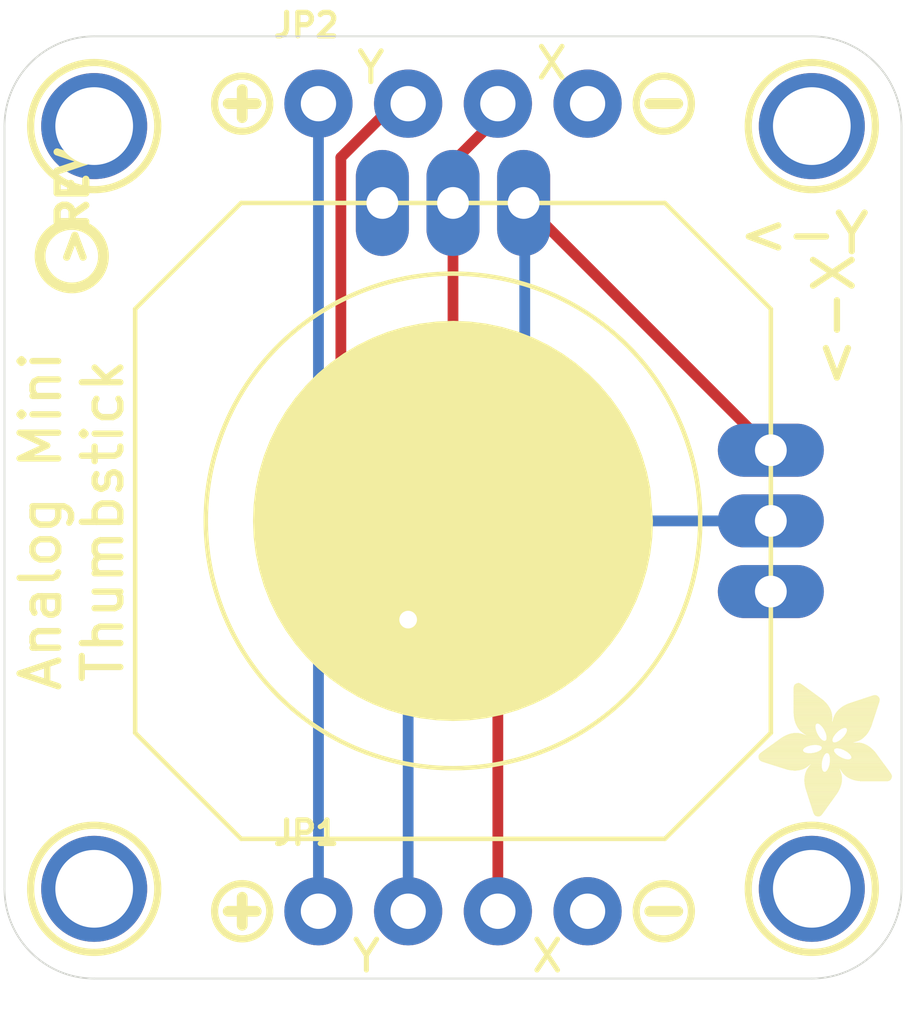
<source format=kicad_pcb>
(kicad_pcb (version 20211014) (generator pcbnew)
  (layers (0 "F.Cu" signal) (1 "In1.Cu" signal) (2 "In2.Cu" signal) (3 "In3.Cu" signal) (4 "In4.Cu" signal) (5 "In5.Cu" signal) (6 "In6.Cu" signal) (7 "In7.Cu" signal) (8 "In8.Cu" signal) (9 "In9.Cu" signal) (10 "In10.Cu" signal) (11 "In11.Cu" signal) (12 "In12.Cu" signal) (13 "In13.Cu" signal) (14 "In14.Cu" signal) (31 "B.Cu" signal) (34 "B.Paste" user) (35 "F.Paste" user) (36 "B.SilkS" user "B.Silkscreen") (37 "F.SilkS" user "F.Silkscreen") (38 "B.Mask" user) (39 "F.Mask" user) (44 "Edge.Cuts" user))
  (net 0 "")
  (net 1 "GND")
  (net 2 "3.3V")
  (net 3 "XOUT")
  (net 4 "YOUT")
  (footprint "boardEagle:SYMBOL_MINUS" (layer "F.Cu") (at 154.4701 116.4336)
    (fp_text reference "U$12" hide)
    (fp_text value "" hide)
  )
  (footprint "boardEagle:MOUNTINGHOLE_2.0_PLATED" (layer "F.Cu") (at 158.6611 94.2086)
    (fp_text reference "U$5" hide)
    (fp_text value "MOUNTINGHOLE2.0" hide)
    (pad "P$1" thru_hole circle (at 0 0) (size 3 3) (drill 2.2) (layers *.Cu *.Mask))
  )
  (footprint "boardEagle:MOUNTINGHOLE_2.0_PLATED" (layer "F.Cu") (at 138.3411 94.2086)
    (fp_text reference "U$6" hide)
    (fp_text value "MOUNTINGHOLE2.0" hide)
    (pad "P$1" thru_hole circle (at 0 0) (size 3 3) (drill 2.2) (layers *.Cu *.Mask))
  )
  (footprint "boardEagle:SYMBOL_PLUS" (layer "F.Cu") (at 142.5321 93.5736)
    (fp_text reference "U$10" hide)
    (fp_text value "" hide)
  )
  (footprint "boardEagle:MOUNTINGHOLE_2.0_PLATED" (layer "F.Cu") (at 158.6611 115.7986)
    (fp_text reference "U$1" hide)
    (fp_text value "MOUNTINGHOLE2.0" hide)
    (pad "P$1" thru_hole circle (at 0 0) (size 3 3) (drill 2.2) (layers *.Cu *.Mask))
  )
  (footprint "boardEagle:PCBFEAT-REV-040" (layer "F.Cu") (at 137.7061 97.8916 90)
    (fp_text reference "U$13" hide)
    (fp_text value "" hide)
    (fp_text user ">REV" (at -0.3556 0.508 90) (layer "F.SilkS") (effects (font (size 0.8128 0.8128) (thickness 0.2032)) (justify left bottom)))
  )
  (footprint "boardEagle:SYMBOL_MINUS" (layer "F.Cu") (at 154.4701 93.5736)
    (fp_text reference "U$11" hide)
    (fp_text value "" hide)
  )
  (footprint "boardEagle:SYMBOL_PLUS" (layer "F.Cu") (at 142.5321 116.4336)
    (fp_text reference "U$9" hide)
    (fp_text value "" hide)
  )
  (footprint "boardEagle:ADAFRUIT_3.5MM" (layer "F.Cu") (at 160.9471 109.9566 180)
    (fp_text reference "U$8" hide)
    (fp_text value "" hide)
  )
  (footprint "boardEagle:1X04_ROUND_76" (layer "F.Cu") (at 148.5011 116.4336)
    (fp_text reference "JP1" (at -5.1562 -1.8288) (layer "F.SilkS") (effects (font (size 0.666496 0.666496) (thickness 0.146304)) (justify left bottom)))
    (fp_text value "")
    (pad "1" thru_hole circle (at -3.81 0 90) (size 1.9304 1.9304) (drill 1) (layers *.Cu *.Mask) (net 2 "3.3V"))
    (pad "2" thru_hole circle (at -1.27 0 90) (size 1.9304 1.9304) (drill 1) (layers *.Cu *.Mask) (net 4 "YOUT"))
    (pad "3" thru_hole circle (at 1.27 0 90) (size 1.9304 1.9304) (drill 1) (layers *.Cu *.Mask) (net 3 "XOUT"))
    (pad "4" thru_hole circle (at 3.81 0 90) (size 1.9304 1.9304) (drill 1) (layers *.Cu *.Mask) (net 1 "GND"))
  )
  (footprint "boardEagle:JOYSTICK_ANALOG_MINITHM" (layer "F.Cu") (at 148.5011 105.3846)
    (fp_text reference "JOY1" hide)
    (fp_text value "JOYSTICK_ANALOG_XY" hide)
    (pad "" np_thru_hole circle (at -6 -6) (size 1.6 1.6) (drill 1.6) (layers *.Cu *.Mask))
    (pad "" np_thru_hole circle (at 6 6) (size 1.6 1.6) (drill 1.6) (layers *.Cu *.Mask))
    (pad "X" thru_hole oval (at 0 -9 90) (size 3 1.5) (drill 0.9) (layers *.Cu *.Mask) (net 3 "XOUT"))
    (pad "X+" thru_hole oval (at 2 -9 90) (size 3 1.5) (drill 0.9) (layers *.Cu *.Mask) (net 2 "3.3V"))
    (pad "X-" thru_hole oval (at -2 -9 90) (size 3 1.5) (drill 0.9) (layers *.Cu *.Mask) (net 1 "GND"))
    (pad "Y" thru_hole oval (at 9 0) (size 3 1.5) (drill 0.9) (layers *.Cu *.Mask) (net 4 "YOUT"))
    (pad "Y+" thru_hole oval (at 9 -2) (size 3 1.5) (drill 0.9) (layers *.Cu *.Mask) (net 2 "3.3V"))
    (pad "Y-" thru_hole oval (at 9 2) (size 3 1.5) (drill 0.9) (layers *.Cu *.Mask) (net 1 "GND"))
  )
  (footprint "boardEagle:MOUNTINGHOLE_2.0_PLATED" (layer "F.Cu") (at 138.3411 115.7986)
    (fp_text reference "U$4" hide)
    (fp_text value "MOUNTINGHOLE2.0" hide)
    (pad "P$1" thru_hole circle (at 0 0) (size 3 3) (drill 2.2) (layers *.Cu *.Mask))
  )
  (footprint "boardEagle:1X04_ROUND_76" (layer "F.Cu") (at 148.5011 93.5736)
    (fp_text reference "JP2" (at -5.1562 -1.8288) (layer "F.SilkS") (effects (font (size 0.666496 0.666496) (thickness 0.146304)) (justify left bottom)))
    (fp_text value "")
    (pad "1" thru_hole circle (at -3.81 0 90) (size 1.9304 1.9304) (drill 1) (layers *.Cu *.Mask) (net 2 "3.3V"))
    (pad "2" thru_hole circle (at -1.27 0 90) (size 1.9304 1.9304) (drill 1) (layers *.Cu *.Mask) (net 4 "YOUT"))
    (pad "3" thru_hole circle (at 1.27 0 90) (size 1.9304 1.9304) (drill 1) (layers *.Cu *.Mask) (net 3 "XOUT"))
    (pad "4" thru_hole circle (at 3.81 0 90) (size 1.9304 1.9304) (drill 1) (layers *.Cu *.Mask) (net 1 "GND"))
  )
  (gr_arc (start 135.8011 94.2086) (mid 136.545049 92.412549) (end 138.3411 91.6686) (layer "Edge.Cuts") (width 0.05))
  (gr_line (start 135.8011 115.7986) (end 135.8011 94.2086) (layer "Edge.Cuts") (width 0.05))
  (gr_line (start 161.2011 94.2086) (end 161.2011 115.7986) (layer "Edge.Cuts") (width 0.05))
  (gr_arc (start 161.2011 115.7986) (mid 160.457151 117.594651) (end 158.6611 118.3386) (layer "Edge.Cuts") (width 0.05))
  (gr_line (start 138.3411 91.6686) (end 158.6611 91.6686) (layer "Edge.Cuts") (width 0.05))
  (gr_line (start 158.6611 118.3386) (end 138.3411 118.3386) (layer "Edge.Cuts") (width 0.05))
  (gr_arc (start 158.6611 91.6686) (mid 160.457151 92.412549) (end 161.2011 94.2086) (layer "Edge.Cuts") (width 0.05))
  (gr_arc (start 138.3411 118.3386) (mid 136.545049 117.594651) (end 135.8011 115.7986) (layer "Edge.Cuts") (width 0.05))
  (gr_text "<-Y" (at 156.5021 97.8916) (layer "F.SilkS") (effects (font (size 1.0922 1.0922) (thickness 0.1778)) (justify left bottom)))
  (gr_text "Analog Mini\nThumbstick" (at 137.7061 105.3846 90) (layer "F.SilkS") (effects (font (size 1.0922 1.0922) (thickness 0.1778))))
  (gr_text "Y" (at 145.5801 118.2116) (layer "F.SilkS") (effects (font (size 0.87376 0.87376) (thickness 0.14224)) (justify left bottom)))
  (gr_text "Y" (at 145.7071 93.0656) (layer "F.SilkS") (effects (font (size 0.87376 0.87376) (thickness 0.14224)) (justify left bottom)))
  (gr_text "X" (at 150.6601 118.2116) (layer "F.SilkS") (effects (font (size 0.87376 0.87376) (thickness 0.14224)) (justify left bottom)))
  (gr_text "<-X" (at 159.9311 101.7016 90) (layer "F.SilkS") (effects (font (size 1.0922 1.0922) (thickness 0.1778)) (justify left bottom)))
  (gr_text "X" (at 150.7871 92.9386) (layer "F.SilkS") (effects (font (size 0.87376 0.87376) (thickness 0.14224)) (justify left bottom)))
  (segment (start 157.5011 103.3846) (end 150.5011 96.3846) (width 0.3048) (layer "F.Cu") (net 2))
  (segment (start 144.6911 107.9246) (end 150.5331 102.0826) (width 0.3048) (layer "B.Cu") (net 2))
  (segment (start 144.6911 93.5736) (end 144.6911 107.9246) (width 0.3048) (layer "B.Cu") (net 2))
  (segment (start 150.5331 95.4006) (end 150.5011 96.3846) (width 0.3048) (layer "B.Cu") (net 2))
  (segment (start 144.6911 116.4336) (end 144.6911 107.9246) (width 0.3048) (layer "B.Cu") (net 2))
  (segment (start 150.5331 102.0826) (end 150.5331 95.4006) (width 0.3048) (layer "B.Cu") (net 2))
  (segment (start 149.7711 93.9546) (end 148.5011 95.2246) (width 0.3048) (layer "F.Cu") (net 3))
  (segment (start 148.5011 109.1946) (end 149.7711 110.4646) (width 0.3048) (layer "F.Cu") (net 3))
  (segment (start 149.7711 110.4646) (end 149.7711 116.4336) (width 0.3048) (layer "F.Cu") (net 3))
  (segment (start 148.5011 96.3846) (end 148.5011 109.1946) (width 0.3048) (layer "F.Cu") (net 3))
  (segment (start 149.7711 93.5736) (end 149.7711 93.9546) (width 0.3048) (layer "F.Cu") (net 3))
  (segment (start 148.5011 95.2246) (end 148.5011 96.3846) (width 0.3048) (layer "F.Cu") (net 3))
  (segment (start 146.8501 93.5736) (end 145.3261 95.0976) (width 0.3048) (layer "F.Cu") (net 4))
  (segment (start 145.3261 95.0976) (end 145.3261 106.2736) (width 0.3048) (layer "F.Cu") (net 4))
  (segment (start 145.3261 106.2736) (end 147.2311 108.1786) (width 0.3048) (layer "F.Cu") (net 4))
  (segment (start 147.2311 93.5736) (end 146.8501 93.5736) (width 0.3048) (layer "F.Cu") (net 4))
  (via (at 147.2311 108.1786) (size 0.9064) (drill 0.5) (layers "F.Cu" "B.Cu") (net 4))
  (segment (start 147.2311 108.1786) (end 147.2311 109.0676) (width 0.3048) (layer "B.Cu") (net 4))
  (segment (start 147.2311 116.4336) (end 147.2311 109.0676) (width 0.3048) (layer "B.Cu") (net 4))
  (segment (start 147.2311 108.1786) (end 150.0251 105.3846) (width 0.3048) (layer "B.Cu") (net 4))
  (segment (start 150.0251 105.3846) (end 157.5011 105.3846) (width 0.3048) (layer "B.Cu") (net 4))
)
</source>
